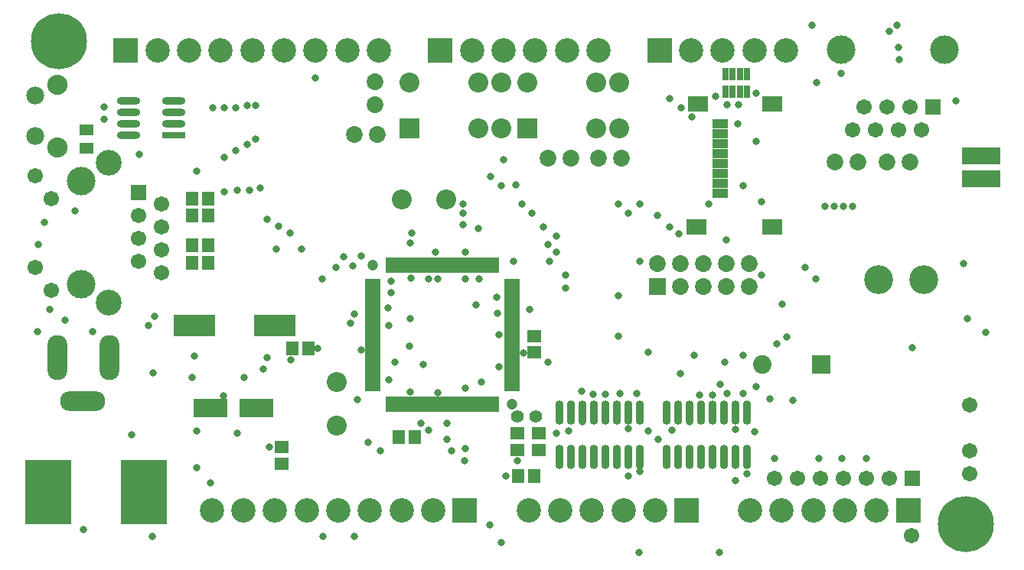
<source format=gts>
%FSTAX24Y24*%
%MOIN*%
G70*
G01*
G75*
G04 Layer_Color=8388736*
%ADD10C,0.0100*%
%ADD11R,0.0512X0.0394*%
%ADD12O,0.0945X0.0236*%
%ADD13R,0.0945X0.0236*%
%ADD14R,0.1575X0.0670*%
%ADD15R,0.0177X0.0453*%
%ADD16R,0.1378X0.0748*%
%ADD17R,0.1732X0.0866*%
%ADD18R,0.0532X0.0472*%
%ADD19R,0.1969X0.2756*%
%ADD20R,0.0472X0.0532*%
%ADD21C,0.0394*%
%ADD22R,0.0591X0.0118*%
%ADD23R,0.0118X0.0591*%
%ADD24O,0.0276X0.0984*%
%ADD25R,0.0472X0.0551*%
%ADD26R,0.0551X0.0472*%
%ADD27R,0.0591X0.0315*%
%ADD28R,0.0787X0.0571*%
%ADD29C,0.0120*%
%ADD30C,0.0300*%
%ADD31C,0.2362*%
%ADD32C,0.0800*%
%ADD33C,0.0700*%
%ADD34C,0.0591*%
%ADD35C,0.0984*%
%ADD36R,0.0984X0.0984*%
%ADD37O,0.0787X0.1890*%
%ADD38O,0.1890X0.0787*%
%ADD39C,0.0591*%
%ADD40C,0.1043*%
%ADD41R,0.0591X0.0591*%
%ADD42C,0.1161*%
%ADD43R,0.0787X0.0787*%
%ADD44C,0.0787*%
%ADD45R,0.0650X0.0650*%
%ADD46C,0.0650*%
%ADD47C,0.0728*%
%ADD48R,0.0728X0.0728*%
%ADD49C,0.1181*%
%ADD50R,0.0591X0.0591*%
%ADD51R,0.0591X0.0591*%
%ADD52C,0.0472*%
%ADD53C,0.0240*%
%ADD54R,0.0374X0.0335*%
%ADD55R,0.0472X0.0256*%
%ADD56R,0.0906X0.0906*%
%ADD57R,0.3701X0.3228*%
%ADD58R,0.1634X0.0374*%
%ADD59O,0.0236X0.0906*%
%ADD60O,0.0709X0.0177*%
%ADD61O,0.0866X0.0236*%
%ADD62C,0.0200*%
%ADD63C,0.0079*%
%ADD64C,0.0039*%
%ADD65C,0.0098*%
%ADD66C,0.0236*%
%ADD67C,0.0030*%
%ADD68C,0.0050*%
%ADD69C,0.0040*%
%ADD70C,0.0059*%
%ADD71R,0.1614X0.0748*%
%ADD72R,0.0592X0.0474*%
%ADD73O,0.1025X0.0316*%
%ADD74R,0.1025X0.0316*%
%ADD75R,0.1655X0.0750*%
%ADD76R,0.0257X0.0533*%
%ADD77R,0.1458X0.0828*%
%ADD78R,0.1812X0.0946*%
%ADD79R,0.0612X0.0552*%
%ADD80R,0.2049X0.2836*%
%ADD81R,0.0552X0.0612*%
%ADD82C,0.0474*%
%ADD83R,0.0671X0.0198*%
%ADD84R,0.0198X0.0671*%
%ADD85O,0.0356X0.1064*%
%ADD86R,0.0552X0.0631*%
%ADD87R,0.0631X0.0552*%
%ADD88R,0.0671X0.0395*%
%ADD89R,0.0867X0.0651*%
%ADD90C,0.2442*%
%ADD91C,0.0880*%
%ADD92C,0.0780*%
%ADD93C,0.0671*%
%ADD94C,0.1064*%
%ADD95R,0.1064X0.1064*%
%ADD96O,0.0867X0.1970*%
%ADD97O,0.1970X0.0867*%
%ADD98C,0.0671*%
%ADD99C,0.1123*%
%ADD100R,0.0671X0.0671*%
%ADD101C,0.1241*%
%ADD102R,0.0867X0.0867*%
%ADD103C,0.0867*%
%ADD104R,0.0730X0.0730*%
%ADD105C,0.0730*%
%ADD106C,0.0808*%
%ADD107R,0.0808X0.0808*%
%ADD108C,0.1261*%
%ADD109R,0.0671X0.0671*%
%ADD110R,0.0671X0.0671*%
%ADD111C,0.0552*%
%ADD112C,0.0320*%
D72*
X0237Y032156D02*
D03*
Y032944D02*
D03*
D73*
X025516Y0342D02*
D03*
Y0337D02*
D03*
Y0332D02*
D03*
Y0327D02*
D03*
X027484Y0342D02*
D03*
Y0337D02*
D03*
Y0332D02*
D03*
D74*
Y0327D02*
D03*
D75*
X06265Y0318D02*
D03*
Y0308D02*
D03*
D76*
X05215Y035368D02*
D03*
X052465D02*
D03*
Y0346D02*
D03*
X05215D02*
D03*
X051835D02*
D03*
X05152D02*
D03*
Y035368D02*
D03*
X051835D02*
D03*
D77*
X031104Y0208D02*
D03*
X029096D02*
D03*
D78*
X031902Y0244D02*
D03*
X028398D02*
D03*
D79*
X0322Y018391D02*
D03*
Y0191D02*
D03*
X0432Y023954D02*
D03*
Y023246D02*
D03*
D80*
X026187Y01715D02*
D03*
X022013D02*
D03*
D81*
X038004Y01955D02*
D03*
X037296D02*
D03*
X028291Y0292D02*
D03*
X029D02*
D03*
X028291Y02995D02*
D03*
X029D02*
D03*
X032646Y0234D02*
D03*
X033354D02*
D03*
X028291Y02715D02*
D03*
X029D02*
D03*
X028291Y0279D02*
D03*
X029D02*
D03*
D82*
X042231Y020968D02*
D03*
X036168Y027032D02*
D03*
D83*
X042231Y026362D02*
D03*
Y026165D02*
D03*
Y025968D02*
D03*
Y025772D02*
D03*
Y025575D02*
D03*
Y025378D02*
D03*
Y025181D02*
D03*
Y024984D02*
D03*
Y024787D02*
D03*
Y024591D02*
D03*
Y024394D02*
D03*
Y024197D02*
D03*
Y024D02*
D03*
Y023803D02*
D03*
Y023606D02*
D03*
Y023409D02*
D03*
Y023213D02*
D03*
Y023016D02*
D03*
Y022819D02*
D03*
Y022622D02*
D03*
Y022425D02*
D03*
Y022228D02*
D03*
Y022032D02*
D03*
Y021835D02*
D03*
Y021638D02*
D03*
X036168D02*
D03*
Y021835D02*
D03*
Y022032D02*
D03*
Y022228D02*
D03*
Y022425D02*
D03*
Y022622D02*
D03*
Y022819D02*
D03*
Y023016D02*
D03*
Y023213D02*
D03*
Y023409D02*
D03*
Y023606D02*
D03*
Y023803D02*
D03*
Y024D02*
D03*
Y024197D02*
D03*
Y024394D02*
D03*
Y024591D02*
D03*
Y024787D02*
D03*
Y024984D02*
D03*
Y025181D02*
D03*
Y025378D02*
D03*
Y025575D02*
D03*
Y025772D02*
D03*
Y025968D02*
D03*
Y026165D02*
D03*
Y026362D02*
D03*
D84*
X041562Y020968D02*
D03*
X041365D02*
D03*
X041168D02*
D03*
X040972D02*
D03*
X040775D02*
D03*
X040578D02*
D03*
X040381D02*
D03*
X040184D02*
D03*
X039987D02*
D03*
X039791D02*
D03*
X039594D02*
D03*
X039397D02*
D03*
X0392D02*
D03*
X039003D02*
D03*
X038806D02*
D03*
X038609D02*
D03*
X038413D02*
D03*
X038216D02*
D03*
X038019D02*
D03*
X037822D02*
D03*
X037625D02*
D03*
X037428D02*
D03*
X037232D02*
D03*
X037035D02*
D03*
X036838D02*
D03*
Y027032D02*
D03*
X037035D02*
D03*
X037232D02*
D03*
X037428D02*
D03*
X037625D02*
D03*
X037822D02*
D03*
X038019D02*
D03*
X038216D02*
D03*
X038413D02*
D03*
X038609D02*
D03*
X038806D02*
D03*
X039003D02*
D03*
X0392D02*
D03*
X039397D02*
D03*
X039594D02*
D03*
X039791D02*
D03*
X039987D02*
D03*
X040184D02*
D03*
X040381D02*
D03*
X040578D02*
D03*
X040775D02*
D03*
X040972D02*
D03*
X041168D02*
D03*
X041365D02*
D03*
X041562D02*
D03*
D85*
X05245Y020606D02*
D03*
X05195D02*
D03*
X05145D02*
D03*
X05095D02*
D03*
X05045D02*
D03*
X04995D02*
D03*
X04945D02*
D03*
X04895D02*
D03*
X05245Y018677D02*
D03*
X05195D02*
D03*
X05145D02*
D03*
X05095D02*
D03*
X05045D02*
D03*
X04995D02*
D03*
X04945D02*
D03*
X04895D02*
D03*
X0478Y020615D02*
D03*
X0473D02*
D03*
X0468D02*
D03*
X0463D02*
D03*
X0458D02*
D03*
X0453D02*
D03*
X0448D02*
D03*
X0443D02*
D03*
X0478Y018685D02*
D03*
X0473D02*
D03*
X0468D02*
D03*
X0463D02*
D03*
X0458D02*
D03*
X0453D02*
D03*
X0448D02*
D03*
X0443D02*
D03*
D86*
X042496Y01785D02*
D03*
X043204D02*
D03*
D87*
X0434Y018996D02*
D03*
Y019704D02*
D03*
X04245Y018996D02*
D03*
Y019704D02*
D03*
D88*
X0513Y032765D02*
D03*
Y032332D02*
D03*
Y031466D02*
D03*
Y0306D02*
D03*
Y031899D02*
D03*
Y033198D02*
D03*
Y030167D02*
D03*
Y031033D02*
D03*
D89*
X053544Y02872D02*
D03*
X050276D02*
D03*
X053544Y034074D02*
D03*
X050316D02*
D03*
D90*
X062Y01575D02*
D03*
X0225Y0368D02*
D03*
D91*
X02244Y03217D02*
D03*
Y03493D02*
D03*
D92*
X02146Y032665D02*
D03*
Y034435D02*
D03*
D93*
X06215Y02095D02*
D03*
Y01895D02*
D03*
Y01795D02*
D03*
X05365Y01775D02*
D03*
X05465D02*
D03*
X05565D02*
D03*
X05665D02*
D03*
X05865D02*
D03*
X05765D02*
D03*
X05962Y015246D02*
D03*
D94*
X054162Y0364D02*
D03*
X051406D02*
D03*
X052784D02*
D03*
X050028D02*
D03*
X040478D02*
D03*
X043234D02*
D03*
X04599D02*
D03*
X041856D02*
D03*
X044612D02*
D03*
X029144Y01635D02*
D03*
X034656D02*
D03*
X030522D02*
D03*
X037412D02*
D03*
X0319D02*
D03*
X033278D02*
D03*
X036034D02*
D03*
X03879D02*
D03*
X036424Y0364D02*
D03*
X030912D02*
D03*
X035046D02*
D03*
X028156D02*
D03*
X033668D02*
D03*
X03229D02*
D03*
X029534D02*
D03*
X026778D02*
D03*
X048462Y01635D02*
D03*
X045706D02*
D03*
X04295D02*
D03*
X047084D02*
D03*
X044328D02*
D03*
X0581D02*
D03*
X055344D02*
D03*
X052588D02*
D03*
X056722D02*
D03*
X053966D02*
D03*
D95*
X04865Y0364D02*
D03*
X0391D02*
D03*
X040168Y01635D02*
D03*
X0254Y0364D02*
D03*
X04984Y01635D02*
D03*
X059478D02*
D03*
D96*
X024704Y023D02*
D03*
X022421D02*
D03*
D97*
X023523Y02111D02*
D03*
D98*
X02147Y03095D02*
D03*
X02215Y02995D02*
D03*
X02147Y02695D02*
D03*
X02215Y02595D02*
D03*
X02697Y0267D02*
D03*
Y0297D02*
D03*
X02597Y0272D02*
D03*
X02697Y0277D02*
D03*
Y0287D02*
D03*
X02597Y0282D02*
D03*
Y0292D02*
D03*
X05705Y032948D02*
D03*
X06005D02*
D03*
X05755Y033948D02*
D03*
X05805Y032948D02*
D03*
X05905D02*
D03*
X05855Y033948D02*
D03*
X05955D02*
D03*
D99*
X02467Y0315D02*
D03*
Y0254D02*
D03*
D100*
X02597Y0302D02*
D03*
D101*
X02347Y0307D02*
D03*
Y0262D02*
D03*
X06105Y036448D02*
D03*
X05655D02*
D03*
D102*
X03775Y033D02*
D03*
X0429D02*
D03*
D103*
X04075D02*
D03*
X04175D02*
D03*
X03775Y035D02*
D03*
X04075D02*
D03*
X04175D02*
D03*
X0469D02*
D03*
X0459D02*
D03*
X0429D02*
D03*
X0469Y033D02*
D03*
X0459D02*
D03*
X037439Y0299D02*
D03*
X039361D02*
D03*
X0346Y020039D02*
D03*
Y021961D02*
D03*
D104*
X04855Y0261D02*
D03*
D105*
Y0271D02*
D03*
X04955Y0261D02*
D03*
Y0271D02*
D03*
X05055Y0261D02*
D03*
Y0271D02*
D03*
X05155Y0261D02*
D03*
Y0271D02*
D03*
X05255Y0261D02*
D03*
Y0271D02*
D03*
X03635Y03275D02*
D03*
X03535D02*
D03*
X03625Y03405D02*
D03*
Y03505D02*
D03*
X0448Y0317D02*
D03*
X0438D02*
D03*
X046D02*
D03*
X047D02*
D03*
X05855Y031548D02*
D03*
X05955D02*
D03*
X0563D02*
D03*
X0573D02*
D03*
D106*
X05312Y0227D02*
D03*
D107*
X05568D02*
D03*
D108*
X058182Y0264D02*
D03*
X06015D02*
D03*
D109*
X05965Y01775D02*
D03*
D110*
X06055Y033948D02*
D03*
D111*
X042463Y02045D02*
D03*
X04325D02*
D03*
D112*
X05705Y029606D02*
D03*
X05665D02*
D03*
X05625D02*
D03*
X05585D02*
D03*
X05965Y02345D02*
D03*
X05345Y0212D02*
D03*
X05365Y018611D02*
D03*
X0556D02*
D03*
X04125Y0157D02*
D03*
X05765Y018617D02*
D03*
X0566Y018611D02*
D03*
X04175Y01495D02*
D03*
X0531Y0298D02*
D03*
X04455Y02605D02*
D03*
X0553Y0375D02*
D03*
X06155Y0342D02*
D03*
X04855Y0292D02*
D03*
X0508Y0297D02*
D03*
X0478D02*
D03*
Y0272D02*
D03*
X04385D02*
D03*
X0423D02*
D03*
X0495Y0284D02*
D03*
X0491Y0287D02*
D03*
X06205Y0247D02*
D03*
X0492Y01985D02*
D03*
X0486Y01945D02*
D03*
X0436Y0287D02*
D03*
X04415Y0283D02*
D03*
X05155Y02815D02*
D03*
X0438Y02795D02*
D03*
X04415Y0276D02*
D03*
X0473Y0293D02*
D03*
X0431D02*
D03*
X04685Y0297D02*
D03*
X04265D02*
D03*
X0513Y02185D02*
D03*
X05285Y02175D02*
D03*
X0531Y0266D02*
D03*
X05005Y0335D02*
D03*
X05285Y03245D02*
D03*
X052048Y033198D02*
D03*
X0523Y0305D02*
D03*
X0424Y03055D02*
D03*
X04175Y0305D02*
D03*
X04185Y03165D02*
D03*
X0413Y0309D02*
D03*
X0542Y0239D02*
D03*
X05375Y0236D02*
D03*
X054Y02535D02*
D03*
X0447Y0198D02*
D03*
X04525Y02155D02*
D03*
X0515Y0228D02*
D03*
X04415Y0197D02*
D03*
X059062Y036538D02*
D03*
X059099Y036025D02*
D03*
X058999Y037525D02*
D03*
X0528Y019791D02*
D03*
X05125Y0145D02*
D03*
X05245Y01795D02*
D03*
X05195Y01765D02*
D03*
X0473Y01785D02*
D03*
X04775Y0145D02*
D03*
X0478Y01805D02*
D03*
X04765Y02145D02*
D03*
X046941Y021459D02*
D03*
X0463Y0214D02*
D03*
X04575D02*
D03*
X0473Y0199D02*
D03*
X0453Y0202D02*
D03*
X04815Y0198D02*
D03*
X0438Y0228D02*
D03*
X03785Y02845D02*
D03*
X043Y0251D02*
D03*
X0378Y028D02*
D03*
X04685Y0257D02*
D03*
Y02395D02*
D03*
X04195Y01785D02*
D03*
X04245Y0185D02*
D03*
X0402Y01905D02*
D03*
X04015Y0185D02*
D03*
X0396Y01895D02*
D03*
X0394Y01945D02*
D03*
X039397Y020153D02*
D03*
X03685Y02205D02*
D03*
X02965Y021354D02*
D03*
X03365Y0352D02*
D03*
X03055Y02215D02*
D03*
X0283D02*
D03*
X0291Y01755D02*
D03*
X03025Y0197D02*
D03*
X0284Y023096D02*
D03*
X02565Y01965D02*
D03*
X0292Y0339D02*
D03*
X04455Y0266D02*
D03*
X03455Y02695D02*
D03*
X036831Y025181D02*
D03*
X0349Y0274D02*
D03*
X0353Y027D02*
D03*
X03565Y02745D02*
D03*
X03695Y02585D02*
D03*
X036962Y026362D02*
D03*
X0402Y02645D02*
D03*
X0401Y0297D02*
D03*
Y0293D02*
D03*
X0402Y0276D02*
D03*
X0389D02*
D03*
X0401Y0288D02*
D03*
X04075Y02865D02*
D03*
X04815Y02325D02*
D03*
X05015Y0231D02*
D03*
X0523D02*
D03*
X04955Y0223D02*
D03*
X0355Y021168D02*
D03*
X0297Y03025D02*
D03*
X03025Y0303D02*
D03*
X0308D02*
D03*
X03125Y0304D02*
D03*
X0326Y0229D02*
D03*
X03155Y02905D02*
D03*
X03205Y02875D02*
D03*
X03255Y02845D02*
D03*
X03305Y02775D02*
D03*
X0297Y03175D02*
D03*
Y0339D02*
D03*
X0302Y03205D02*
D03*
Y0339D02*
D03*
X0307Y0323D02*
D03*
Y034D02*
D03*
X03105Y03255D02*
D03*
Y034D02*
D03*
X0409Y02195D02*
D03*
X041672Y022622D02*
D03*
X040184Y021684D02*
D03*
X04065Y0253D02*
D03*
X0408Y02645D02*
D03*
X03835Y0227D02*
D03*
X037131Y022819D02*
D03*
X03775Y0235D02*
D03*
X03685Y0244D02*
D03*
X0378Y0247D02*
D03*
X0386Y02645D02*
D03*
X04155Y02565D02*
D03*
X042737Y023213D02*
D03*
X04165Y024D02*
D03*
X0416Y02495D02*
D03*
X0378Y0215D02*
D03*
X039Y02645D02*
D03*
X039003Y021497D02*
D03*
X037822Y026472D02*
D03*
X04995Y0202D02*
D03*
X05195Y019891D02*
D03*
X0504Y021391D02*
D03*
X05095D02*
D03*
X051591Y02145D02*
D03*
X0523Y021441D02*
D03*
X03165Y0191D02*
D03*
X02655Y0152D02*
D03*
X028481Y019819D02*
D03*
Y018219D02*
D03*
X02355Y0155D02*
D03*
X02595Y016881D02*
D03*
X033759Y023409D02*
D03*
X03565Y02335D02*
D03*
X028291Y0279D02*
D03*
Y02715D02*
D03*
Y0292D02*
D03*
Y02995D02*
D03*
X03195Y02455D02*
D03*
Y02775D02*
D03*
X0266Y02235D02*
D03*
X03825Y02015D02*
D03*
X03595Y0193D02*
D03*
X03155Y023D02*
D03*
X02665Y0248D02*
D03*
X038609Y019859D02*
D03*
X0365Y01895D02*
D03*
X0314Y0225D02*
D03*
X0264Y0244D02*
D03*
X0221Y0251D02*
D03*
X02395Y02415D02*
D03*
X02155D02*
D03*
X02275Y02465D02*
D03*
X0216Y02795D02*
D03*
X02185Y0289D02*
D03*
X0232Y0294D02*
D03*
X025991Y031891D02*
D03*
X0285Y03115D02*
D03*
X0511Y0344D02*
D03*
X0516Y03405D02*
D03*
X0521D02*
D03*
X05285Y03455D02*
D03*
X0496Y0339D02*
D03*
X0491Y0343D02*
D03*
X06285Y0241D02*
D03*
X055Y02695D02*
D03*
X05545Y02645D02*
D03*
X05445Y02115D02*
D03*
X03535Y0249D02*
D03*
X034Y0152D02*
D03*
X03535D02*
D03*
X02445Y03395D02*
D03*
Y0334D02*
D03*
X0352Y0245D02*
D03*
X03395Y02645D02*
D03*
X0619Y0271D02*
D03*
X05655Y0354D02*
D03*
X05865Y03725D02*
D03*
X0555Y035D02*
D03*
M02*

</source>
